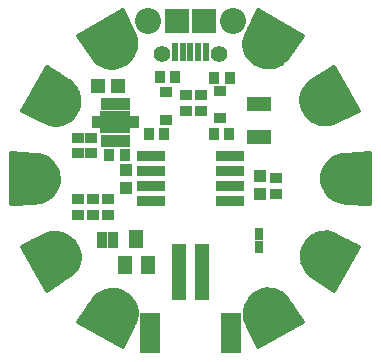
<source format=gts>
G75*
%MOIN*%
%OFA0B0*%
%FSLAX24Y24*%
%IPPOS*%
%LPD*%
%AMOC8*
5,1,8,0,0,1.08239X$1,22.5*
%
%ADD10R,0.0950X0.0320*%
%ADD11R,0.0237X0.0631*%
%ADD12R,0.0789X0.0789*%
%ADD13C,0.0556*%
%ADD14C,0.0867*%
%ADD15R,0.0789X0.0474*%
%ADD16R,0.0395X0.0395*%
%ADD17R,0.0190X0.0415*%
%ADD18R,0.1025X0.0730*%
%ADD19R,0.0356X0.0190*%
%ADD20R,0.0407X0.0328*%
%ADD21R,0.0474X0.0631*%
%ADD22R,0.0316X0.0395*%
%ADD23R,0.0513X0.0474*%
%ADD24R,0.0356X0.0434*%
%ADD25R,0.0434X0.0356*%
%ADD26R,0.0330X0.0580*%
%ADD27C,0.1346*%
%ADD28C,0.0120*%
%ADD29R,0.0474X0.1891*%
%ADD30R,0.0710X0.1340*%
D10*
X004830Y005400D03*
X004830Y005900D03*
X004830Y006400D03*
X004830Y006900D03*
X007480Y006900D03*
X007480Y006400D03*
X007480Y005900D03*
X007480Y005400D03*
D11*
X006662Y010357D03*
X006406Y010357D03*
X006150Y010357D03*
X005894Y010357D03*
X005638Y010357D03*
D12*
X005697Y011400D03*
X006603Y011400D03*
D13*
X007105Y010298D03*
X005195Y010298D03*
D14*
X004729Y011400D03*
X007571Y011400D03*
D15*
X008425Y008651D03*
X008425Y007549D03*
D16*
X008475Y006245D03*
X008475Y005655D03*
X004000Y005855D03*
X004000Y006445D03*
D17*
X004044Y007415D03*
X003847Y007415D03*
X003650Y007415D03*
X003453Y007415D03*
X003256Y007415D03*
X003256Y008635D03*
X003453Y008635D03*
X003650Y008635D03*
X003847Y008635D03*
X004044Y008635D03*
D18*
X003650Y008025D03*
D19*
X003040Y007927D03*
X003040Y008123D03*
X004260Y008123D03*
X004260Y007927D03*
D20*
X005325Y008122D03*
X005325Y009028D03*
X007125Y009078D03*
X007125Y008172D03*
D21*
X004350Y004133D03*
X003976Y003267D03*
X004724Y003267D03*
D22*
X008450Y003883D03*
X008450Y004317D03*
D23*
X003735Y009225D03*
X003065Y009225D03*
D24*
X004769Y007650D03*
X005281Y007650D03*
X003956Y006950D03*
X003444Y006950D03*
X005119Y009525D03*
X005631Y009525D03*
X006944Y009500D03*
X007456Y009500D03*
X007431Y007650D03*
X006919Y007650D03*
D25*
X006488Y008419D03*
X006013Y008419D03*
X006013Y008931D03*
X006488Y008931D03*
X009000Y006156D03*
X009000Y005644D03*
X003400Y005456D03*
X002900Y005456D03*
X002400Y005456D03*
X002400Y004944D03*
X002900Y004944D03*
X003400Y004944D03*
X002850Y006994D03*
X002400Y006994D03*
X002400Y007506D03*
X002850Y007506D03*
D26*
X003198Y004113D03*
X003552Y004113D03*
D27*
X001650Y003550D03*
X003550Y001650D03*
X000963Y006150D03*
X001650Y008750D03*
X003550Y010650D03*
X008750Y010650D03*
X010650Y008750D03*
X011338Y006150D03*
X010650Y003550D03*
X008750Y001650D03*
D28*
X001382Y002414D02*
X000532Y003886D01*
X001250Y004243D01*
X001364Y004295D01*
X001484Y004328D01*
X001608Y004343D01*
X001733Y004339D01*
X001855Y004316D01*
X001973Y004275D01*
X002083Y004216D01*
X002183Y004141D01*
X002270Y004052D01*
X002343Y003950D01*
X002400Y003837D01*
X002438Y003717D01*
X002456Y003592D01*
X002453Y003465D01*
X002431Y003341D01*
X002388Y003222D01*
X002327Y003111D01*
X002249Y003012D01*
X002156Y002926D01*
X002050Y002857D01*
X001382Y002414D01*
X001321Y002520D02*
X001542Y002520D01*
X001721Y002639D02*
X001252Y002639D01*
X001184Y002757D02*
X001899Y002757D01*
X002078Y002876D02*
X001116Y002876D01*
X001047Y002994D02*
X002229Y002994D01*
X002328Y003113D02*
X000979Y003113D01*
X000910Y003231D02*
X002391Y003231D01*
X002432Y003350D02*
X000842Y003350D01*
X000774Y003468D02*
X002453Y003468D01*
X002456Y003587D02*
X000705Y003587D01*
X000637Y003705D02*
X002439Y003705D01*
X002404Y003824D02*
X000568Y003824D01*
X000645Y003942D02*
X002347Y003942D01*
X002262Y004061D02*
X000883Y004061D01*
X001122Y004179D02*
X002132Y004179D01*
X001909Y004298D02*
X001374Y004298D01*
X001120Y005364D02*
X000163Y005364D01*
X000163Y005300D02*
X000163Y007000D01*
X000963Y006950D01*
X001087Y006938D01*
X001208Y006907D01*
X001323Y006858D01*
X001429Y006792D01*
X001523Y006711D01*
X001605Y006616D01*
X001671Y006510D01*
X001720Y006395D01*
X001750Y006274D01*
X001763Y006150D01*
X001755Y006024D01*
X001728Y005900D01*
X001681Y005783D01*
X001616Y005675D01*
X001534Y005579D01*
X001438Y005497D01*
X001329Y005431D01*
X001212Y005385D01*
X001089Y005357D01*
X000963Y005350D01*
X000163Y005300D01*
X000163Y005483D02*
X001414Y005483D01*
X001553Y005601D02*
X000163Y005601D01*
X000163Y005720D02*
X001643Y005720D01*
X001703Y005838D02*
X000163Y005838D01*
X000163Y005957D02*
X001740Y005957D01*
X001758Y006075D02*
X000163Y006075D01*
X000163Y006194D02*
X001758Y006194D01*
X001741Y006312D02*
X000163Y006312D01*
X000163Y006431D02*
X001705Y006431D01*
X001646Y006549D02*
X000163Y006549D01*
X000163Y006668D02*
X001561Y006668D01*
X001436Y006786D02*
X000163Y006786D01*
X000163Y006905D02*
X001214Y006905D01*
X001483Y007962D02*
X001608Y007944D01*
X001735Y007947D01*
X001859Y007969D01*
X001978Y008012D01*
X002089Y008073D01*
X002188Y008151D01*
X002274Y008244D01*
X002343Y008350D01*
X002395Y008464D01*
X002428Y008584D01*
X002443Y008708D01*
X002439Y008833D01*
X002416Y008955D01*
X002375Y009073D01*
X002316Y009183D01*
X002241Y009283D01*
X002152Y009370D01*
X002050Y009443D01*
X001382Y009886D01*
X000532Y008414D01*
X001250Y008057D01*
X001363Y008000D01*
X001483Y007962D01*
X001456Y007971D02*
X001864Y007971D01*
X002110Y008090D02*
X001185Y008090D01*
X000946Y008208D02*
X002240Y008208D01*
X002327Y008327D02*
X000708Y008327D01*
X000550Y008445D02*
X002386Y008445D01*
X002423Y008564D02*
X000619Y008564D01*
X000687Y008682D02*
X002440Y008682D01*
X002440Y008801D02*
X000755Y008801D01*
X000824Y008919D02*
X002423Y008919D01*
X002387Y009038D02*
X000892Y009038D01*
X000961Y009156D02*
X002330Y009156D01*
X002247Y009275D02*
X001029Y009275D01*
X001097Y009393D02*
X002120Y009393D01*
X001947Y009512D02*
X001166Y009512D01*
X001234Y009630D02*
X001768Y009630D01*
X001589Y009749D02*
X001303Y009749D01*
X001371Y009867D02*
X001411Y009867D01*
X002414Y010918D02*
X003886Y011768D01*
X004243Y011050D01*
X004295Y010936D01*
X004328Y010816D01*
X004343Y010692D01*
X004339Y010567D01*
X004316Y010445D01*
X004275Y010327D01*
X004216Y010217D01*
X004141Y010117D01*
X004052Y010030D01*
X003950Y009957D01*
X003837Y009900D01*
X003717Y009862D01*
X003592Y009844D01*
X003465Y009847D01*
X003341Y009869D01*
X003222Y009912D01*
X003111Y009973D01*
X003012Y010051D01*
X002926Y010144D01*
X002857Y010250D01*
X002414Y010918D01*
X002441Y010934D02*
X004295Y010934D01*
X004328Y010815D02*
X002482Y010815D01*
X002561Y010697D02*
X004343Y010697D01*
X004340Y010578D02*
X002639Y010578D01*
X002718Y010460D02*
X004319Y010460D01*
X004280Y010341D02*
X002797Y010341D01*
X002875Y010223D02*
X004219Y010223D01*
X004128Y010104D02*
X002963Y010104D01*
X003095Y009986D02*
X003990Y009986D01*
X003732Y009867D02*
X003354Y009867D01*
X002646Y011052D02*
X004242Y011052D01*
X004183Y011171D02*
X002852Y011171D01*
X003057Y011289D02*
X004124Y011289D01*
X004065Y011408D02*
X003262Y011408D01*
X003467Y011526D02*
X004006Y011526D01*
X003947Y011645D02*
X003673Y011645D01*
X003878Y011763D02*
X003889Y011763D01*
X007962Y010817D02*
X007944Y010692D01*
X007947Y010565D01*
X007969Y010441D01*
X008012Y010322D01*
X008073Y010211D01*
X008151Y010112D01*
X008244Y010026D01*
X008350Y009957D01*
X008464Y009905D01*
X008584Y009872D01*
X008708Y009857D01*
X008833Y009861D01*
X008955Y009884D01*
X009073Y009925D01*
X009183Y009984D01*
X009283Y010059D01*
X009370Y010148D01*
X009443Y010250D01*
X009886Y010918D01*
X008414Y011768D01*
X008057Y011050D01*
X008000Y010937D01*
X007962Y010817D01*
X007962Y010815D02*
X009818Y010815D01*
X009859Y010934D02*
X007999Y010934D01*
X008058Y011052D02*
X009654Y011052D01*
X009448Y011171D02*
X008117Y011171D01*
X008176Y011289D02*
X009243Y011289D01*
X009038Y011408D02*
X008235Y011408D01*
X008294Y011526D02*
X008833Y011526D01*
X008627Y011645D02*
X008353Y011645D01*
X008411Y011763D02*
X008422Y011763D01*
X007945Y010697D02*
X009739Y010697D01*
X009661Y010578D02*
X007946Y010578D01*
X007966Y010460D02*
X009582Y010460D01*
X009503Y010341D02*
X008005Y010341D01*
X008067Y010223D02*
X009423Y010223D01*
X009327Y010104D02*
X008160Y010104D01*
X008307Y009986D02*
X009185Y009986D01*
X008866Y009867D02*
X008623Y009867D01*
X009955Y009156D02*
X011339Y009156D01*
X011271Y009275D02*
X010040Y009275D01*
X010051Y009288D02*
X009973Y009189D01*
X009912Y009078D01*
X009869Y008959D01*
X009847Y008835D01*
X009844Y008708D01*
X009862Y008583D01*
X009900Y008463D01*
X009957Y008350D01*
X010030Y008248D01*
X010117Y008159D01*
X010217Y008084D01*
X010327Y008025D01*
X010445Y007984D01*
X010567Y007961D01*
X010692Y007957D01*
X010816Y007972D01*
X010936Y008005D01*
X011050Y008057D01*
X011768Y008414D01*
X010918Y009886D01*
X010250Y009443D01*
X010144Y009374D01*
X010051Y009288D01*
X010174Y009393D02*
X011203Y009393D01*
X011134Y009512D02*
X010353Y009512D01*
X010532Y009630D02*
X011066Y009630D01*
X010997Y009749D02*
X010711Y009749D01*
X010889Y009867D02*
X010929Y009867D01*
X011408Y009038D02*
X009897Y009038D01*
X009862Y008919D02*
X011476Y008919D01*
X011545Y008801D02*
X009846Y008801D01*
X009848Y008682D02*
X011613Y008682D01*
X011681Y008564D02*
X009869Y008564D01*
X009909Y008445D02*
X011750Y008445D01*
X011592Y008327D02*
X009974Y008327D01*
X010069Y008208D02*
X011354Y008208D01*
X011115Y008090D02*
X010210Y008090D01*
X010512Y007971D02*
X010810Y007971D01*
X011211Y006943D02*
X011338Y006950D01*
X012138Y007000D01*
X012138Y005300D01*
X011338Y005350D01*
X011213Y005362D01*
X011092Y005393D01*
X010977Y005442D01*
X010871Y005508D01*
X010777Y005589D01*
X010695Y005684D01*
X010629Y005790D01*
X010580Y005905D01*
X010550Y006026D01*
X010538Y006150D01*
X010545Y006276D01*
X010572Y006400D01*
X010619Y006517D01*
X010684Y006625D01*
X010766Y006721D01*
X010862Y006803D01*
X010971Y006869D01*
X011088Y006915D01*
X011211Y006943D01*
X011061Y006905D02*
X012138Y006905D01*
X012138Y006786D02*
X010842Y006786D01*
X010720Y006668D02*
X012138Y006668D01*
X012138Y006549D02*
X010638Y006549D01*
X010584Y006431D02*
X012138Y006431D01*
X012138Y006312D02*
X010553Y006312D01*
X010540Y006194D02*
X012138Y006194D01*
X012138Y006075D02*
X010545Y006075D01*
X010567Y005957D02*
X012138Y005957D01*
X012138Y005838D02*
X010609Y005838D01*
X010673Y005720D02*
X012138Y005720D01*
X012138Y005601D02*
X010766Y005601D01*
X010912Y005483D02*
X012138Y005483D01*
X012138Y005364D02*
X011206Y005364D01*
X010817Y004338D02*
X010692Y004356D01*
X010565Y004353D01*
X010441Y004331D01*
X010322Y004288D01*
X010211Y004227D01*
X010112Y004149D01*
X010026Y004056D01*
X009957Y003950D01*
X009905Y003836D01*
X009872Y003716D01*
X009857Y003592D01*
X009861Y003467D01*
X009884Y003345D01*
X009925Y003227D01*
X009984Y003117D01*
X010059Y003017D01*
X010148Y002930D01*
X010250Y002857D01*
X010918Y002414D01*
X011768Y003886D01*
X011050Y004243D01*
X010937Y004300D01*
X010817Y004338D01*
X010942Y004298D02*
X010348Y004298D01*
X010150Y004179D02*
X011178Y004179D01*
X011417Y004061D02*
X010031Y004061D01*
X009954Y003942D02*
X011655Y003942D01*
X011732Y003824D02*
X009902Y003824D01*
X009870Y003705D02*
X011663Y003705D01*
X011595Y003587D02*
X009857Y003587D01*
X009861Y003468D02*
X011526Y003468D01*
X011458Y003350D02*
X009883Y003350D01*
X009924Y003231D02*
X011390Y003231D01*
X011321Y003113D02*
X009987Y003113D01*
X010083Y002994D02*
X011253Y002994D01*
X011184Y002876D02*
X010224Y002876D01*
X010401Y002757D02*
X011116Y002757D01*
X011048Y002639D02*
X010579Y002639D01*
X010758Y002520D02*
X010979Y002520D01*
X009886Y001382D02*
X008414Y000532D01*
X008057Y001250D01*
X008005Y001364D01*
X007972Y001484D01*
X007957Y001608D01*
X007961Y001733D01*
X007984Y001855D01*
X008025Y001973D01*
X008084Y002083D01*
X008159Y002183D01*
X008248Y002270D01*
X008350Y002343D01*
X008463Y002400D01*
X008583Y002438D01*
X008708Y002456D01*
X008835Y002453D01*
X008959Y002431D01*
X009078Y002388D01*
X009189Y002327D01*
X009288Y002249D01*
X009374Y002156D01*
X009443Y002050D01*
X009886Y001382D01*
X009839Y001454D02*
X007980Y001454D01*
X007961Y001572D02*
X009760Y001572D01*
X009681Y001691D02*
X007959Y001691D01*
X007975Y001809D02*
X009603Y001809D01*
X009524Y001928D02*
X008009Y001928D01*
X008064Y002046D02*
X009445Y002046D01*
X009365Y002165D02*
X008145Y002165D01*
X008266Y002283D02*
X009245Y002283D01*
X009041Y002402D02*
X008469Y002402D01*
X008019Y001335D02*
X009804Y001335D01*
X009599Y001217D02*
X008074Y001217D01*
X008133Y001098D02*
X009394Y001098D01*
X009189Y000980D02*
X008192Y000980D01*
X008250Y000861D02*
X008983Y000861D01*
X008778Y000743D02*
X008309Y000743D01*
X008368Y000624D02*
X008573Y000624D01*
X004338Y001483D02*
X004356Y001608D01*
X004353Y001735D01*
X004331Y001859D01*
X004288Y001978D01*
X004227Y002089D01*
X004149Y002188D01*
X004056Y002274D01*
X003950Y002343D01*
X003836Y002395D01*
X003716Y002428D01*
X003592Y002443D01*
X003467Y002439D01*
X003345Y002416D01*
X003227Y002375D01*
X003117Y002316D01*
X003017Y002241D01*
X002930Y002152D01*
X002857Y002050D01*
X002414Y001382D01*
X003886Y000532D01*
X004243Y001250D01*
X004300Y001363D01*
X004338Y001483D01*
X004328Y001454D02*
X002461Y001454D01*
X002496Y001335D02*
X004286Y001335D01*
X004226Y001217D02*
X002701Y001217D01*
X002906Y001098D02*
X004167Y001098D01*
X004108Y000980D02*
X003111Y000980D01*
X003317Y000861D02*
X004050Y000861D01*
X003991Y000743D02*
X003522Y000743D01*
X003727Y000624D02*
X003932Y000624D01*
X004350Y001572D02*
X002540Y001572D01*
X002619Y001691D02*
X004354Y001691D01*
X004340Y001809D02*
X002697Y001809D01*
X002776Y001928D02*
X004306Y001928D01*
X004251Y002046D02*
X002855Y002046D01*
X002942Y002165D02*
X004167Y002165D01*
X004041Y002283D02*
X003073Y002283D01*
X003303Y002402D02*
X003811Y002402D01*
D29*
X005756Y003044D03*
X006544Y003044D03*
D30*
X007489Y000997D03*
X004811Y000997D03*
M02*

</source>
